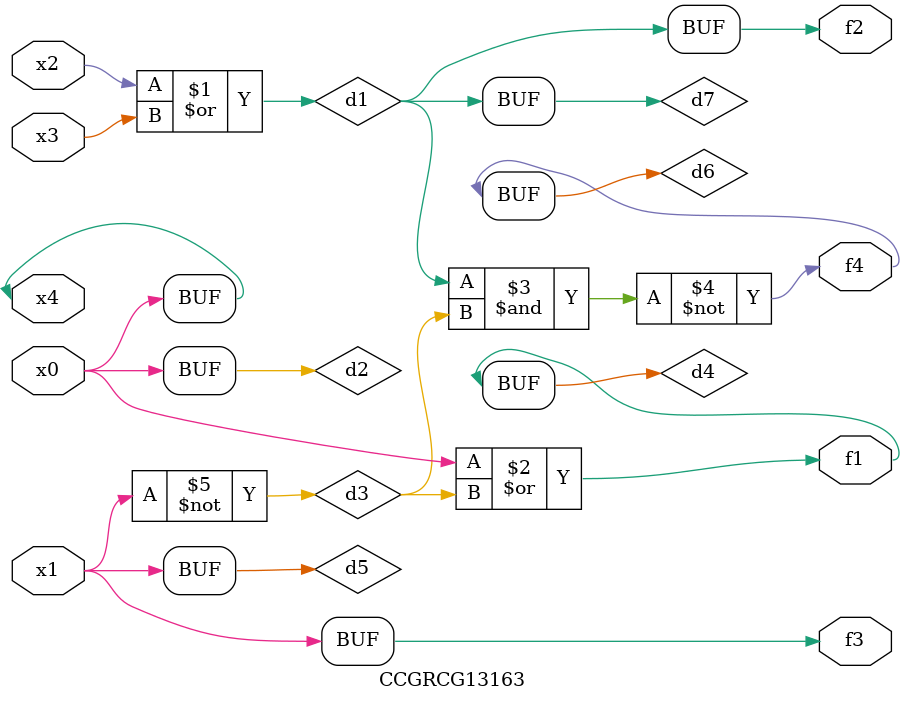
<source format=v>
module CCGRCG13163(
	input x0, x1, x2, x3, x4,
	output f1, f2, f3, f4
);

	wire d1, d2, d3, d4, d5, d6, d7;

	or (d1, x2, x3);
	buf (d2, x0, x4);
	not (d3, x1);
	or (d4, d2, d3);
	not (d5, d3);
	nand (d6, d1, d3);
	or (d7, d1);
	assign f1 = d4;
	assign f2 = d7;
	assign f3 = d5;
	assign f4 = d6;
endmodule

</source>
